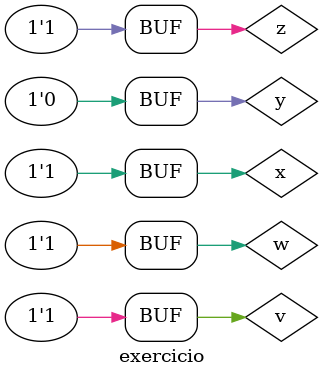
<source format=v>
/*
 
 Nome : Diego Da Siva Ferreira
 Matricula : 71 06 78


*/

/*
* 000 --> not //atua em cima do x
* 001 --> nand
* 010 --> nor
* 100 --> or
* 101 --> xor
* 110 --> and
* 111 --> xnor
* */
module mux (output s, input x , y, selec1, selec2, selec3);

	wire vnot, vand, vor, vnor, vnand, vxor, vxnor;
	wire and1, and2, and3, and4,  and5,  and6,
	     and7, and8, and9, and10, and11, and12;
	wire or1, or2, or3, or4, or5;
	wire nselec1, nselec2, nselec3;

	not(nselec1, selec1);
	not(nselec2, selec2);
	not(nselec3, selec3);

	not(vnot, x);
	or(vor, x, y);
	nor(vnor, x, y);
	and(vand, x, y);
	nand(vnand, x, y);
	xor(vxor, x, y);
	xnor(vxnor, x, y);

	and(and1, vnot, nselec1);
	and(and2, vor, selec1);
	and(and3, vnor, nselec1);
	and(and4, vand, selec1);
	and(and5, vnand, nselec1);
	and(and6, vxor, selec1);

	or(or1, and1, and2);
	or(or2, and3, and4);
	or(or3, and5, and6);

	and(and7, or1, nselec2);
	and(and8, or2, selec2);
	and(and9, or3, nselec2);
	and(and10, vxnor, selec2);

	or(or4, and7, and8);
	or(or5, and9, and10);

	and(and11, or4, nselec3);
	and(and12, or5, selec3);

	or(s, and11, and12);
	



endmodule

module exercicio;

	reg x , y, w, z, v;
	wire s;

	mux novo (s  , x , y, w, z, v);
	
	initial
	begin : main


		#1 w = 1'b0; z = 1'b0; v = 1'b0;

		#1 x = 1'b0; y = 1'b0;

		$display("x y selec1 selec2 saida");
		$monitor("%1b %1b   %1b     %1b       %1b" , x , y, w, z, s);

		#1 x = 1'b0; y = 1'b1;
		#1 x = 1'b1; y = 1'b1;
		#1 x = 1'b1; y = 1'b0;	


		#1 w = 1'b0; z = 1'b0; v = 1'b1;

		#1 x = 1'b0; y = 1'b0;
		#1 x = 1'b0; y = 1'b1;
		#1 x = 1'b1; y = 1'b1;
		#1 x = 1'b1; y = 1'b0;


		#1 w = 1'b0; z = 1'b1; v = 1'b0;

		#1 x = 1'b0; y = 1'b0;
		#1 x = 1'b0; y = 1'b1;
		#1 x = 1'b1; y = 1'b1;
		#1 x = 1'b1; y = 1'b0;

		#1 w = 1'b1; z = 1'b0; v = 1'b0;

		#1 x = 1'b0; y = 1'b0;
		#1 x = 1'b0; y = 1'b1;
		#1 x = 1'b1; y = 1'b1;
		#1 x = 1'b1; y = 1'b0;

		#1 w = 1'b1; z = 1'b0; v = 1'b1;

		#1 x = 1'b0; y = 1'b0;
		#1 x = 1'b0; y = 1'b1;
		#1 x = 1'b1; y = 1'b1;
		#1 x = 1'b1; y = 1'b0;

		#1 w = 1'b1; z = 1'b1; v = 1'b0;

		#1 x = 1'b0; y = 1'b0;
		#1 x = 1'b0; y = 1'b1;
		#1 x = 1'b1; y = 1'b1;
		#1 x = 1'b1; y = 1'b0;

		#1 w = 1'b1; z = 1'b1; v = 1'b1;

		#1 x = 1'b0; y = 1'b0;
		#1 x = 1'b0; y = 1'b1;
		#1 x = 1'b1; y = 1'b1;
		#1 x = 1'b1; y = 1'b0;

	end//main
endmodule//exercicio
/*

x y selec1 selec2 saida
0 0   0     0       1
0 1   0     0       1
1 1   0     0       0
1 0   0     0       0
1 0   0     0       1
0 0   0     0       1
0 1   0     0       1
1 1   0     0       0
1 0   0     0       1
1 0   0     1       0
0 0   0     1       1
0 1   0     1       0
1 1   0     1       0
1 0   0     1       0
1 0   1     0       1
0 0   1     0       0
0 1   1     0       1
1 1   1     0       1
1 0   1     0       1
0 0   1     0       0
0 1   1     0       1
1 1   1     0       0
1 0   1     0       1
1 0   1     1       0
0 0   1     1       0
0 1   1     1       0
1 1   1     1       1
1 0   1     1       0
0 0   1     1       1
0 1   1     1       0
1 1   1     1       1
1 0   1     1       0


*/

</source>
